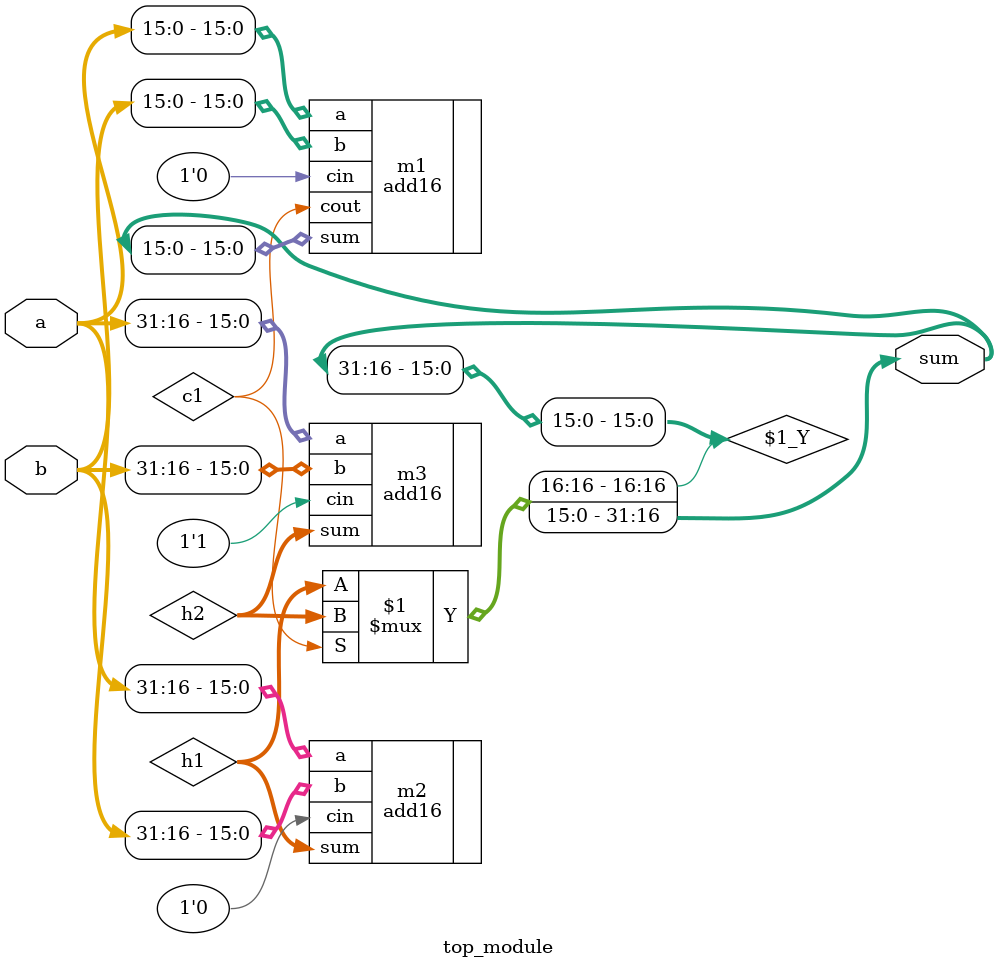
<source format=v>
module top_module(
    input [31:0] a,
    input [31:0] b,
    output [31:0] sum
);
    wire c1;
    wire[16:0] h1,h2;
    add16 m1(.a(a[15:0]),.b(b[15:0]),.cin(1'b0),.cout(c1),.sum(sum[15:0]));
    add16 m2(.a(a[31:16]),.b(b[31:16]),.cin(1'b0),.sum(h1));
    add16 m3(.a(a[31:16]),.b(b[31:16]),.cin(1'b1),.sum(h2));
    assign sum[31:16]=c1? h2:h1;

endmodule
</source>
